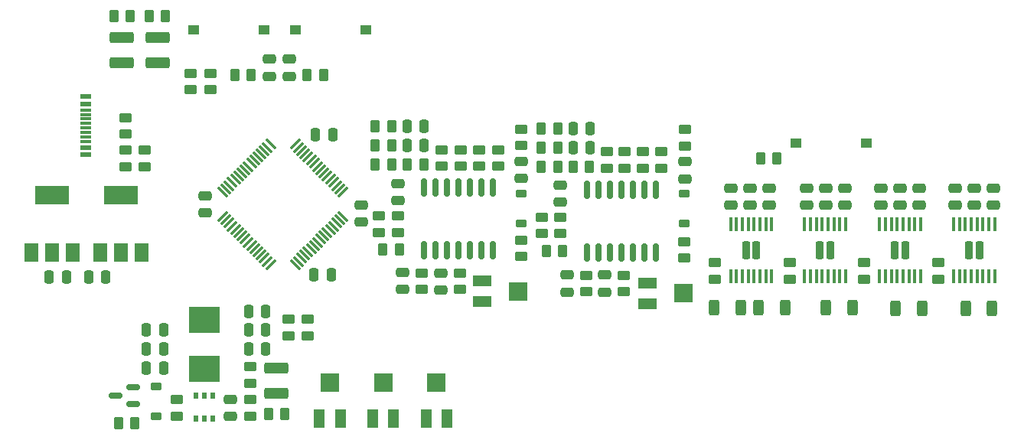
<source format=gbr>
%TF.GenerationSoftware,KiCad,Pcbnew,7.0.7*%
%TF.CreationDate,2024-02-16T21:08:36+01:00*%
%TF.ProjectId,OpenHand,4f70656e-4861-46e6-942e-6b696361645f,rev?*%
%TF.SameCoordinates,Original*%
%TF.FileFunction,Paste,Top*%
%TF.FilePolarity,Positive*%
%FSLAX46Y46*%
G04 Gerber Fmt 4.6, Leading zero omitted, Abs format (unit mm)*
G04 Created by KiCad (PCBNEW 7.0.7) date 2024-02-16 21:08:36*
%MOMM*%
%LPD*%
G01*
G04 APERTURE LIST*
G04 Aperture macros list*
%AMRoundRect*
0 Rectangle with rounded corners*
0 $1 Rounding radius*
0 $2 $3 $4 $5 $6 $7 $8 $9 X,Y pos of 4 corners*
0 Add a 4 corners polygon primitive as box body*
4,1,4,$2,$3,$4,$5,$6,$7,$8,$9,$2,$3,0*
0 Add four circle primitives for the rounded corners*
1,1,$1+$1,$2,$3*
1,1,$1+$1,$4,$5*
1,1,$1+$1,$6,$7*
1,1,$1+$1,$8,$9*
0 Add four rect primitives between the rounded corners*
20,1,$1+$1,$2,$3,$4,$5,0*
20,1,$1+$1,$4,$5,$6,$7,0*
20,1,$1+$1,$6,$7,$8,$9,0*
20,1,$1+$1,$8,$9,$2,$3,0*%
G04 Aperture macros list end*
%ADD10RoundRect,0.232500X0.232500X-0.757500X0.232500X0.757500X-0.232500X0.757500X-0.232500X-0.757500X0*%
%ADD11RoundRect,0.100000X0.100000X-0.687500X0.100000X0.687500X-0.100000X0.687500X-0.100000X-0.687500X0*%
%ADD12RoundRect,0.250000X-0.450000X0.262500X-0.450000X-0.262500X0.450000X-0.262500X0.450000X0.262500X0*%
%ADD13RoundRect,0.250000X0.450000X-0.262500X0.450000X0.262500X-0.450000X0.262500X-0.450000X-0.262500X0*%
%ADD14RoundRect,0.250000X0.312500X0.625000X-0.312500X0.625000X-0.312500X-0.625000X0.312500X-0.625000X0*%
%ADD15R,1.500000X2.000000*%
%ADD16R,3.800000X2.000000*%
%ADD17RoundRect,0.225000X-0.375000X0.225000X-0.375000X-0.225000X0.375000X-0.225000X0.375000X0.225000X0*%
%ADD18RoundRect,0.250000X-0.250000X-0.475000X0.250000X-0.475000X0.250000X0.475000X-0.250000X0.475000X0*%
%ADD19RoundRect,0.250000X0.475000X-0.250000X0.475000X0.250000X-0.475000X0.250000X-0.475000X-0.250000X0*%
%ADD20RoundRect,0.250000X0.262500X0.450000X-0.262500X0.450000X-0.262500X-0.450000X0.262500X-0.450000X0*%
%ADD21R,0.549999X0.800001*%
%ADD22R,1.240000X0.600000*%
%ADD23R,1.240000X0.300000*%
%ADD24RoundRect,0.250000X0.250000X0.475000X-0.250000X0.475000X-0.250000X-0.475000X0.250000X-0.475000X0*%
%ADD25R,1.250000X1.000000*%
%ADD26RoundRect,0.250000X-0.475000X0.250000X-0.475000X-0.250000X0.475000X-0.250000X0.475000X0.250000X0*%
%ADD27R,2.000000X1.300000*%
%ADD28R,2.000000X2.000000*%
%ADD29R,1.300000X2.000000*%
%ADD30RoundRect,0.250000X-0.262500X-0.450000X0.262500X-0.450000X0.262500X0.450000X-0.262500X0.450000X0*%
%ADD31R,3.500000X2.950000*%
%ADD32RoundRect,0.250000X-1.075000X0.375000X-1.075000X-0.375000X1.075000X-0.375000X1.075000X0.375000X0*%
%ADD33RoundRect,0.150000X0.587500X0.150000X-0.587500X0.150000X-0.587500X-0.150000X0.587500X-0.150000X0*%
%ADD34RoundRect,0.250000X-0.312500X-0.625000X0.312500X-0.625000X0.312500X0.625000X-0.312500X0.625000X0*%
%ADD35RoundRect,0.250000X1.075000X-0.375000X1.075000X0.375000X-1.075000X0.375000X-1.075000X-0.375000X0*%
%ADD36RoundRect,0.150000X-0.150000X0.837500X-0.150000X-0.837500X0.150000X-0.837500X0.150000X0.837500X0*%
%ADD37RoundRect,0.075000X-0.441942X-0.548008X0.548008X0.441942X0.441942X0.548008X-0.548008X-0.441942X0*%
%ADD38RoundRect,0.075000X0.441942X-0.548008X0.548008X-0.441942X-0.441942X0.548008X-0.548008X0.441942X0*%
G04 APERTURE END LIST*
D10*
%TO.C,U8*%
X197195000Y-127900000D03*
X198355000Y-127900000D03*
D11*
X195500000Y-130762500D03*
X196150000Y-130762500D03*
X196800000Y-130762500D03*
X197450000Y-130762500D03*
X198100000Y-130762500D03*
X198750000Y-130762500D03*
X199400000Y-130762500D03*
X200050000Y-130762500D03*
X200050000Y-125037500D03*
X199400000Y-125037500D03*
X198750000Y-125037500D03*
X198100000Y-125037500D03*
X197450000Y-125037500D03*
X196800000Y-125037500D03*
X196150000Y-125037500D03*
X195500000Y-125037500D03*
%TD*%
D12*
%TO.C,R21*%
X125900000Y-144387500D03*
X125900000Y-146212500D03*
%TD*%
%TO.C,R29*%
X158120000Y-124225000D03*
X158120000Y-126050000D03*
%TD*%
D13*
%TO.C,R56*%
X201975000Y-131062500D03*
X201975000Y-129237500D03*
%TD*%
D14*
%TO.C,R59*%
X207937500Y-134300000D03*
X205012500Y-134300000D03*
%TD*%
D12*
%TO.C,R31*%
X140145000Y-124075000D03*
X140145000Y-125900000D03*
%TD*%
D15*
%TO.C,U4*%
X101650000Y-128100000D03*
X103950000Y-128100000D03*
D16*
X103950000Y-121800000D03*
D15*
X106250000Y-128100000D03*
%TD*%
D13*
%TO.C,R35*%
X153345000Y-118587500D03*
X153345000Y-116762500D03*
%TD*%
D17*
%TO.C,D3*%
X115500000Y-142962500D03*
X115500000Y-146262500D03*
%TD*%
D18*
%TO.C,C12*%
X125700000Y-138822500D03*
X127600000Y-138822500D03*
%TD*%
D19*
%TO.C,C33*%
X197775000Y-122900000D03*
X197775000Y-121000000D03*
%TD*%
D20*
%TO.C,R23*%
X163432500Y-118637500D03*
X161607500Y-118637500D03*
%TD*%
D21*
%TO.C,U2*%
X121750000Y-143937499D03*
X120799999Y-143937499D03*
X119850001Y-143937499D03*
X119850001Y-146487499D03*
X120799999Y-146487499D03*
X121750000Y-146487499D03*
%TD*%
D19*
%TO.C,C26*%
X173982500Y-119975000D03*
X173982500Y-118075000D03*
%TD*%
D22*
%TO.C,J5*%
X107725000Y-110900000D03*
X107725000Y-111700000D03*
D23*
X107725000Y-112850000D03*
X107725000Y-113850000D03*
X107725000Y-114350000D03*
X107725000Y-115350000D03*
D22*
X107725000Y-116500000D03*
X107725000Y-117300000D03*
X107725000Y-117300000D03*
X107725000Y-116500000D03*
D23*
X107725000Y-115850000D03*
X107725000Y-114850000D03*
X107725000Y-113350000D03*
X107725000Y-112350000D03*
D22*
X107725000Y-111700000D03*
X107725000Y-110900000D03*
%TD*%
D19*
%TO.C,C23*%
X142745000Y-132225000D03*
X142745000Y-130325000D03*
%TD*%
%TO.C,C39*%
X181200000Y-122900000D03*
X181200000Y-121000000D03*
%TD*%
D24*
%TO.C,C7*%
X116300000Y-138802500D03*
X114400000Y-138802500D03*
%TD*%
D13*
%TO.C,R53*%
X193775000Y-131062500D03*
X193775000Y-129237500D03*
%TD*%
D18*
%TO.C,C13*%
X125700000Y-134622500D03*
X127600000Y-134622500D03*
%TD*%
D13*
%TO.C,R32*%
X171320000Y-118800000D03*
X171320000Y-116975000D03*
%TD*%
D19*
%TO.C,C16*%
X160220000Y-122537500D03*
X160220000Y-120637500D03*
%TD*%
D25*
%TO.C,SW1*%
X127375000Y-103500000D03*
X119625000Y-103500000D03*
%TD*%
D26*
%TO.C,C28*%
X187450000Y-121000000D03*
X187450000Y-122900000D03*
%TD*%
D13*
%TO.C,R48*%
X173982500Y-116337500D03*
X173982500Y-114512500D03*
%TD*%
%TO.C,R27*%
X149145000Y-118587500D03*
X149145000Y-116762500D03*
%TD*%
D12*
%TO.C,R24*%
X147045000Y-116750000D03*
X147045000Y-118575000D03*
%TD*%
D17*
%TO.C,D6*%
X155820000Y-121625000D03*
X155820000Y-124925000D03*
%TD*%
D12*
%TO.C,R50*%
X144845000Y-130375000D03*
X144845000Y-132200000D03*
%TD*%
D20*
%TO.C,R39*%
X141545000Y-116275000D03*
X139720000Y-116275000D03*
%TD*%
%TO.C,R9*%
X116525000Y-102000000D03*
X114700000Y-102000000D03*
%TD*%
D10*
%TO.C,U9*%
X205395000Y-127900000D03*
X206555000Y-127900000D03*
D11*
X203700000Y-130762500D03*
X204350000Y-130762500D03*
X205000000Y-130762500D03*
X205650000Y-130762500D03*
X206300000Y-130762500D03*
X206950000Y-130762500D03*
X207600000Y-130762500D03*
X208250000Y-130762500D03*
X208250000Y-125037500D03*
X207600000Y-125037500D03*
X206950000Y-125037500D03*
X206300000Y-125037500D03*
X205650000Y-125037500D03*
X205000000Y-125037500D03*
X204350000Y-125037500D03*
X203700000Y-125037500D03*
%TD*%
D27*
%TO.C,RV4*%
X169820000Y-133787500D03*
D28*
X173820000Y-132637500D03*
D27*
X169820000Y-131487500D03*
%TD*%
D14*
%TO.C,R60*%
X185037500Y-134200000D03*
X182112500Y-134200000D03*
%TD*%
D13*
%TO.C,R26*%
X167320000Y-118787500D03*
X167320000Y-116962500D03*
%TD*%
D19*
%TO.C,C22*%
X160920000Y-132525000D03*
X160920000Y-130625000D03*
%TD*%
D13*
%TO.C,R6*%
X119300000Y-110112500D03*
X119300000Y-108287500D03*
%TD*%
D19*
%TO.C,C30*%
X191650000Y-122900000D03*
X191650000Y-121000000D03*
%TD*%
D10*
%TO.C,U7*%
X188895000Y-127900000D03*
X190055000Y-127900000D03*
D11*
X187200000Y-130762500D03*
X187850000Y-130762500D03*
X188500000Y-130762500D03*
X189150000Y-130762500D03*
X189800000Y-130762500D03*
X190450000Y-130762500D03*
X191100000Y-130762500D03*
X191750000Y-130762500D03*
X191750000Y-125037500D03*
X191100000Y-125037500D03*
X190450000Y-125037500D03*
X189800000Y-125037500D03*
X189150000Y-125037500D03*
X188500000Y-125037500D03*
X187850000Y-125037500D03*
X187200000Y-125037500D03*
%TD*%
D26*
%TO.C,C2*%
X130200000Y-106750000D03*
X130200000Y-108650000D03*
%TD*%
D12*
%TO.C,R4*%
X114200000Y-116812500D03*
X114200000Y-118637500D03*
%TD*%
%TO.C,R22*%
X165320000Y-116975000D03*
X165320000Y-118800000D03*
%TD*%
D18*
%TO.C,C11*%
X125700000Y-136712500D03*
X127600000Y-136712500D03*
%TD*%
D20*
%TO.C,R46*%
X160445000Y-127937500D03*
X158620000Y-127937500D03*
%TD*%
D12*
%TO.C,R45*%
X149045000Y-130375000D03*
X149045000Y-132200000D03*
%TD*%
D29*
%TO.C,RV2*%
X141750000Y-146500000D03*
D28*
X140600000Y-142500000D03*
D29*
X139450000Y-146500000D03*
%TD*%
D19*
%TO.C,C25*%
X146945000Y-132275000D03*
X146945000Y-130375000D03*
%TD*%
D24*
%TO.C,C8*%
X116300000Y-136692500D03*
X114400000Y-136692500D03*
%TD*%
D19*
%TO.C,C27*%
X155820000Y-119925000D03*
X155820000Y-118025000D03*
%TD*%
D26*
%TO.C,C35*%
X179100000Y-121000000D03*
X179100000Y-122900000D03*
%TD*%
%TO.C,C29*%
X195675000Y-121000000D03*
X195675000Y-122900000D03*
%TD*%
D17*
%TO.C,D5*%
X173920000Y-121637500D03*
X173920000Y-124937500D03*
%TD*%
D14*
%TO.C,R54*%
X192487500Y-134212500D03*
X189562500Y-134212500D03*
%TD*%
D19*
%TO.C,C38*%
X205975000Y-122900000D03*
X205975000Y-121000000D03*
%TD*%
D24*
%TO.C,C9*%
X116300000Y-140912500D03*
X114400000Y-140912500D03*
%TD*%
D19*
%TO.C,C17*%
X142245000Y-122375000D03*
X142245000Y-120475000D03*
%TD*%
D20*
%TO.C,R36*%
X141545000Y-114175000D03*
X139720000Y-114175000D03*
%TD*%
D12*
%TO.C,R18*%
X125900000Y-140787500D03*
X125900000Y-142612500D03*
%TD*%
D18*
%TO.C,C19*%
X161607500Y-116537500D03*
X163507500Y-116537500D03*
%TD*%
D24*
%TO.C,C18*%
X163507500Y-114437500D03*
X161607500Y-114437500D03*
%TD*%
D25*
%TO.C,SW2*%
X130925000Y-103500000D03*
X138675000Y-103500000D03*
%TD*%
D12*
%TO.C,R42*%
X155820000Y-126762500D03*
X155820000Y-128587500D03*
%TD*%
D10*
%TO.C,U10*%
X180720000Y-127900000D03*
X181880000Y-127900000D03*
D11*
X179025000Y-130762500D03*
X179675000Y-130762500D03*
X180325000Y-130762500D03*
X180975000Y-130762500D03*
X181625000Y-130762500D03*
X182275000Y-130762500D03*
X182925000Y-130762500D03*
X183575000Y-130762500D03*
X183575000Y-125037500D03*
X182925000Y-125037500D03*
X182275000Y-125037500D03*
X181625000Y-125037500D03*
X180975000Y-125037500D03*
X180325000Y-125037500D03*
X179675000Y-125037500D03*
X179025000Y-125037500D03*
%TD*%
D13*
%TO.C,R57*%
X177300000Y-131062500D03*
X177300000Y-129237500D03*
%TD*%
D18*
%TO.C,C21*%
X143245000Y-116275000D03*
X145145000Y-116275000D03*
%TD*%
D19*
%TO.C,C32*%
X189550000Y-122900000D03*
X189550000Y-121000000D03*
%TD*%
D30*
%TO.C,R19*%
X111287500Y-147012500D03*
X113112500Y-147012500D03*
%TD*%
D12*
%TO.C,R49*%
X163020000Y-130650000D03*
X163020000Y-132475000D03*
%TD*%
D30*
%TO.C,R1*%
X124175000Y-108500000D03*
X126000000Y-108500000D03*
%TD*%
%TO.C,R8*%
X182344033Y-117748470D03*
X184169033Y-117748470D03*
%TD*%
D18*
%TO.C,C15*%
X103650000Y-130800000D03*
X105550000Y-130800000D03*
%TD*%
D13*
%TO.C,R52*%
X185550000Y-131062500D03*
X185550000Y-129237500D03*
%TD*%
D31*
%TO.C,L1*%
X120800000Y-141037500D03*
X120800000Y-135587500D03*
%TD*%
D32*
%TO.C,D2*%
X111700000Y-104300000D03*
X111700000Y-107100000D03*
%TD*%
D33*
%TO.C,Q1*%
X112900000Y-144912500D03*
X112900000Y-143012500D03*
X111025000Y-143962500D03*
%TD*%
D13*
%TO.C,R40*%
X160220000Y-126050000D03*
X160220000Y-124225000D03*
%TD*%
D19*
%TO.C,C36*%
X208075000Y-122900000D03*
X208075000Y-121000000D03*
%TD*%
D20*
%TO.C,R38*%
X159907500Y-116537500D03*
X158082500Y-116537500D03*
%TD*%
D26*
%TO.C,C4*%
X138200000Y-122850000D03*
X138200000Y-124750000D03*
%TD*%
D12*
%TO.C,R3*%
X112100000Y-116812500D03*
X112100000Y-118637500D03*
%TD*%
D15*
%TO.C,U3*%
X109300000Y-128100000D03*
X111600000Y-128100000D03*
D16*
X111600000Y-121800000D03*
D15*
X113900000Y-128100000D03*
%TD*%
D13*
%TO.C,R51*%
X155820000Y-116287500D03*
X155820000Y-114462500D03*
%TD*%
%TO.C,R2*%
X112100000Y-115025000D03*
X112100000Y-113200000D03*
%TD*%
D24*
%TO.C,C14*%
X109900000Y-130800000D03*
X108000000Y-130800000D03*
%TD*%
%TO.C,C20*%
X145145000Y-114175000D03*
X143245000Y-114175000D03*
%TD*%
D32*
%TO.C,D1*%
X115612500Y-104300000D03*
X115612500Y-107100000D03*
%TD*%
D27*
%TO.C,RV5*%
X151545000Y-133575000D03*
D28*
X155545000Y-132425000D03*
D27*
X151545000Y-131275000D03*
%TD*%
D34*
%TO.C,R58*%
X177212500Y-134200000D03*
X180137500Y-134200000D03*
%TD*%
D19*
%TO.C,C31*%
X199875000Y-122900000D03*
X199875000Y-121000000D03*
%TD*%
D20*
%TO.C,R33*%
X159907500Y-114437500D03*
X158082500Y-114437500D03*
%TD*%
D13*
%TO.C,R28*%
X169320000Y-118787500D03*
X169320000Y-116962500D03*
%TD*%
%TO.C,R30*%
X151245000Y-118587500D03*
X151245000Y-116762500D03*
%TD*%
D19*
%TO.C,C24*%
X165120000Y-132525000D03*
X165120000Y-130625000D03*
%TD*%
D35*
%TO.C,D4*%
X128800000Y-143700000D03*
X128800000Y-140900000D03*
%TD*%
D26*
%TO.C,C10*%
X123650001Y-144362499D03*
X123650001Y-146262499D03*
%TD*%
D19*
%TO.C,C6*%
X120900000Y-123750000D03*
X120900000Y-121850000D03*
%TD*%
D12*
%TO.C,R44*%
X167220000Y-130650000D03*
X167220000Y-132475000D03*
%TD*%
D13*
%TO.C,R41*%
X142245000Y-125900000D03*
X142245000Y-124075000D03*
%TD*%
D14*
%TO.C,R55*%
X200212500Y-134312500D03*
X197287500Y-134312500D03*
%TD*%
D30*
%TO.C,R34*%
X158095000Y-118637500D03*
X159920000Y-118637500D03*
%TD*%
D36*
%TO.C,U5*%
X170720000Y-121175000D03*
X169450000Y-121175000D03*
X168180000Y-121175000D03*
X166910000Y-121175000D03*
X165640000Y-121175000D03*
X164370000Y-121175000D03*
X163100000Y-121175000D03*
X163100000Y-128100000D03*
X164370000Y-128100000D03*
X165640000Y-128100000D03*
X166910000Y-128100000D03*
X168180000Y-128100000D03*
X169450000Y-128100000D03*
X170720000Y-128100000D03*
%TD*%
D20*
%TO.C,R47*%
X142370000Y-127775000D03*
X140545000Y-127775000D03*
%TD*%
D25*
%TO.C,SW3*%
X194032360Y-116050857D03*
X186282360Y-116050857D03*
%TD*%
D12*
%TO.C,R43*%
X173920000Y-126925000D03*
X173920000Y-128750000D03*
%TD*%
D29*
%TO.C,RV1*%
X147650000Y-146500000D03*
D28*
X146500000Y-142500000D03*
D29*
X145350000Y-146500000D03*
%TD*%
D20*
%TO.C,R20*%
X129712500Y-146000000D03*
X127887500Y-146000000D03*
%TD*%
D13*
%TO.C,R17*%
X117800000Y-146225000D03*
X117800000Y-144400000D03*
%TD*%
D18*
%TO.C,C5*%
X133100000Y-115100000D03*
X135000000Y-115100000D03*
%TD*%
D26*
%TO.C,C34*%
X203875000Y-121000000D03*
X203875000Y-122900000D03*
%TD*%
D20*
%TO.C,R25*%
X145070000Y-118375000D03*
X143245000Y-118375000D03*
%TD*%
D30*
%TO.C,R37*%
X139720000Y-118375000D03*
X141545000Y-118375000D03*
%TD*%
D13*
%TO.C,R7*%
X121450000Y-110135000D03*
X121450000Y-108310000D03*
%TD*%
D20*
%TO.C,R5*%
X134012500Y-108500000D03*
X132187500Y-108500000D03*
%TD*%
D29*
%TO.C,RV3*%
X135850000Y-146500000D03*
D28*
X134700000Y-142500000D03*
D29*
X133550000Y-146500000D03*
%TD*%
D36*
%TO.C,U6*%
X152745000Y-120950000D03*
X151475000Y-120950000D03*
X150205000Y-120950000D03*
X148935000Y-120950000D03*
X147665000Y-120950000D03*
X146395000Y-120950000D03*
X145125000Y-120950000D03*
X145125000Y-127875000D03*
X146395000Y-127875000D03*
X147665000Y-127875000D03*
X148935000Y-127875000D03*
X150205000Y-127875000D03*
X151475000Y-127875000D03*
X152745000Y-127875000D03*
%TD*%
D13*
%TO.C,R12*%
X132250000Y-137337500D03*
X132250000Y-135512500D03*
%TD*%
D37*
%TO.C,U1*%
X122835519Y-124161181D03*
X123189072Y-124514734D03*
X123542625Y-124868287D03*
X123896179Y-125221841D03*
X124249732Y-125575394D03*
X124603286Y-125928948D03*
X124956839Y-126282501D03*
X125310392Y-126636054D03*
X125663946Y-126989608D03*
X126017499Y-127343161D03*
X126371052Y-127696714D03*
X126724606Y-128050268D03*
X127078159Y-128403821D03*
X127431713Y-128757375D03*
X127785266Y-129110928D03*
X128138819Y-129464481D03*
D38*
X130861181Y-129464481D03*
X131214734Y-129110928D03*
X131568287Y-128757375D03*
X131921841Y-128403821D03*
X132275394Y-128050268D03*
X132628948Y-127696714D03*
X132982501Y-127343161D03*
X133336054Y-126989608D03*
X133689608Y-126636054D03*
X134043161Y-126282501D03*
X134396714Y-125928948D03*
X134750268Y-125575394D03*
X135103821Y-125221841D03*
X135457375Y-124868287D03*
X135810928Y-124514734D03*
X136164481Y-124161181D03*
D37*
X136164481Y-121438819D03*
X135810928Y-121085266D03*
X135457375Y-120731713D03*
X135103821Y-120378159D03*
X134750268Y-120024606D03*
X134396714Y-119671052D03*
X134043161Y-119317499D03*
X133689608Y-118963946D03*
X133336054Y-118610392D03*
X132982501Y-118256839D03*
X132628948Y-117903286D03*
X132275394Y-117549732D03*
X131921841Y-117196179D03*
X131568287Y-116842625D03*
X131214734Y-116489072D03*
X130861181Y-116135519D03*
D38*
X128138819Y-116135519D03*
X127785266Y-116489072D03*
X127431713Y-116842625D03*
X127078159Y-117196179D03*
X126724606Y-117549732D03*
X126371052Y-117903286D03*
X126017499Y-118256839D03*
X125663946Y-118610392D03*
X125310392Y-118963946D03*
X124956839Y-119317499D03*
X124603286Y-119671052D03*
X124249732Y-120024606D03*
X123896179Y-120378159D03*
X123542625Y-120731713D03*
X123189072Y-121085266D03*
X122835519Y-121438819D03*
%TD*%
D19*
%TO.C,C37*%
X183300000Y-122900000D03*
X183300000Y-121000000D03*
%TD*%
D24*
%TO.C,C3*%
X134850000Y-130600000D03*
X132950000Y-130600000D03*
%TD*%
D30*
%TO.C,R10*%
X110787500Y-102000000D03*
X112612500Y-102000000D03*
%TD*%
D26*
%TO.C,C1*%
X128000000Y-106750000D03*
X128000000Y-108650000D03*
%TD*%
D12*
%TO.C,R11*%
X130100000Y-135500000D03*
X130100000Y-137325000D03*
%TD*%
M02*

</source>
